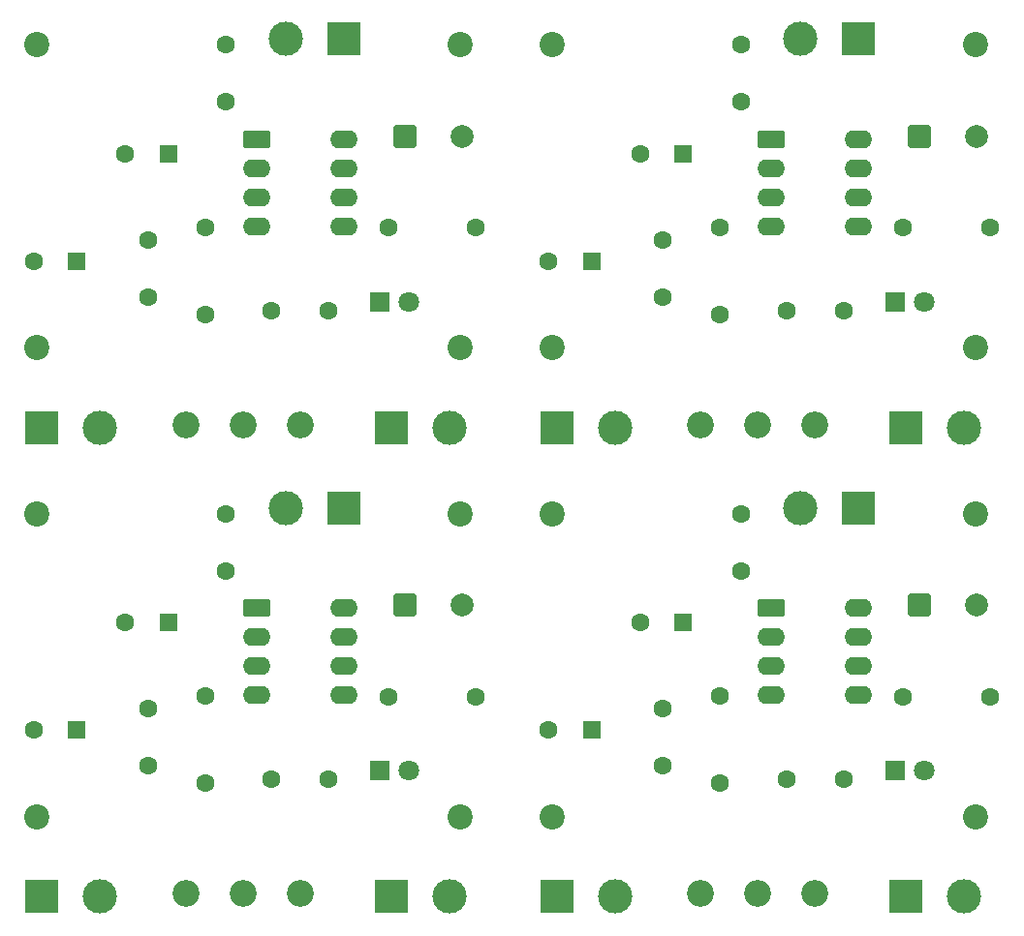
<source format=gbr>
%TF.GenerationSoftware,KiCad,Pcbnew,9.0.4*%
%TF.CreationDate,2025-09-13T13:10:49+02:00*%
%TF.ProjectId,TDA7267_2x2_panel,54444137-3236-4375-9f32-78325f70616e,rev?*%
%TF.SameCoordinates,Original*%
%TF.FileFunction,Soldermask,Top*%
%TF.FilePolarity,Negative*%
%FSLAX46Y46*%
G04 Gerber Fmt 4.6, Leading zero omitted, Abs format (unit mm)*
G04 Created by KiCad (PCBNEW 9.0.4) date 2025-09-13 13:10:49*
%MOMM*%
%LPD*%
G01*
G04 APERTURE LIST*
G04 Aperture macros list*
%AMRoundRect*
0 Rectangle with rounded corners*
0 $1 Rounding radius*
0 $2 $3 $4 $5 $6 $7 $8 $9 X,Y pos of 4 corners*
0 Add a 4 corners polygon primitive as box body*
4,1,4,$2,$3,$4,$5,$6,$7,$8,$9,$2,$3,0*
0 Add four circle primitives for the rounded corners*
1,1,$1+$1,$2,$3*
1,1,$1+$1,$4,$5*
1,1,$1+$1,$6,$7*
1,1,$1+$1,$8,$9*
0 Add four rect primitives between the rounded corners*
20,1,$1+$1,$2,$3,$4,$5,0*
20,1,$1+$1,$4,$5,$6,$7,0*
20,1,$1+$1,$6,$7,$8,$9,0*
20,1,$1+$1,$8,$9,$2,$3,0*%
G04 Aperture macros list end*
%ADD10C,2.200000*%
%ADD11C,2.000000*%
%ADD12RoundRect,0.250000X-0.750000X-0.750000X0.750000X-0.750000X0.750000X0.750000X-0.750000X0.750000X0*%
%ADD13C,1.600000*%
%ADD14RoundRect,0.250000X0.550000X0.550000X-0.550000X0.550000X-0.550000X-0.550000X0.550000X-0.550000X0*%
%ADD15C,3.000000*%
%ADD16R,3.000000X3.000000*%
%ADD17C,2.340000*%
%ADD18O,2.400000X1.600000*%
%ADD19RoundRect,0.250000X-0.950000X-0.550000X0.950000X-0.550000X0.950000X0.550000X-0.950000X0.550000X0*%
%ADD20C,1.800000*%
%ADD21R,1.800000X1.800000*%
G04 APERTURE END LIST*
D10*
%TO.C,H3*%
X103261000Y-117129000D03*
%TD*%
D11*
%TO.C,C6*%
X140393323Y-98629000D03*
D12*
X135393323Y-98629000D03*
%TD*%
D13*
%TO.C,C4*%
X102961000Y-109529000D03*
D14*
X106761000Y-109529000D03*
%TD*%
D15*
%TO.C,VCC1*%
X108761000Y-124129000D03*
D16*
X103681000Y-124129000D03*
%TD*%
D10*
%TO.C,H4*%
X140261000Y-117129000D03*
%TD*%
D13*
%TO.C,C5*%
X119761000Y-95629000D03*
X119761000Y-90629000D03*
%TD*%
%TO.C,C2*%
X110961000Y-100129000D03*
D14*
X114761000Y-100129000D03*
%TD*%
D10*
%TO.C,H2*%
X140261000Y-90629000D03*
%TD*%
D17*
%TO.C,RV1*%
X126261000Y-123879000D03*
X121261000Y-123879000D03*
X116261000Y-123879000D03*
%TD*%
D18*
%TO.C,U1*%
X130071000Y-98879000D03*
X130071000Y-101419000D03*
X130071000Y-103959000D03*
X130071000Y-106499000D03*
X122451000Y-106499000D03*
X122451000Y-103959000D03*
X122451000Y-101419000D03*
D19*
X122451000Y-98879000D03*
%TD*%
D13*
%TO.C,R2*%
X141571000Y-106629000D03*
X133951000Y-106629000D03*
%TD*%
%TO.C,C1*%
X123761000Y-113879000D03*
X128761000Y-113879000D03*
%TD*%
D10*
%TO.C,H1*%
X103261000Y-90629000D03*
%TD*%
D20*
%TO.C,D1*%
X135761000Y-113129000D03*
D21*
X133221000Y-113129000D03*
%TD*%
D13*
%TO.C,R1*%
X117961000Y-106569000D03*
X117961000Y-114189000D03*
%TD*%
D15*
%TO.C,OUT1*%
X124981000Y-90129000D03*
D16*
X130061000Y-90129000D03*
%TD*%
D13*
%TO.C,C3*%
X112961000Y-107689000D03*
X112961000Y-112689000D03*
%TD*%
D15*
%TO.C,IN1*%
X139301000Y-124129000D03*
D16*
X134221000Y-124129000D03*
%TD*%
D10*
%TO.C,H3*%
X148261000Y-76129000D03*
%TD*%
D11*
%TO.C,C6*%
X185393323Y-57629000D03*
D12*
X180393323Y-57629000D03*
%TD*%
D13*
%TO.C,C4*%
X147961000Y-68529000D03*
D14*
X151761000Y-68529000D03*
%TD*%
D15*
%TO.C,VCC1*%
X153761000Y-83129000D03*
D16*
X148681000Y-83129000D03*
%TD*%
D10*
%TO.C,H4*%
X185261000Y-76129000D03*
%TD*%
D13*
%TO.C,C5*%
X164761000Y-54629000D03*
X164761000Y-49629000D03*
%TD*%
%TO.C,C2*%
X155961000Y-59129000D03*
D14*
X159761000Y-59129000D03*
%TD*%
D10*
%TO.C,H2*%
X185261000Y-49629000D03*
%TD*%
D17*
%TO.C,RV1*%
X171261000Y-82879000D03*
X166261000Y-82879000D03*
X161261000Y-82879000D03*
%TD*%
D18*
%TO.C,U1*%
X175071000Y-57879000D03*
X175071000Y-60419000D03*
X175071000Y-62959000D03*
X175071000Y-65499000D03*
X167451000Y-65499000D03*
X167451000Y-62959000D03*
X167451000Y-60419000D03*
D19*
X167451000Y-57879000D03*
%TD*%
D13*
%TO.C,R2*%
X186571000Y-65629000D03*
X178951000Y-65629000D03*
%TD*%
%TO.C,C1*%
X168761000Y-72879000D03*
X173761000Y-72879000D03*
%TD*%
D10*
%TO.C,H1*%
X148261000Y-49629000D03*
%TD*%
D20*
%TO.C,D1*%
X180761000Y-72129000D03*
D21*
X178221000Y-72129000D03*
%TD*%
D13*
%TO.C,R1*%
X162961000Y-65569000D03*
X162961000Y-73189000D03*
%TD*%
D15*
%TO.C,OUT1*%
X169981000Y-49129000D03*
D16*
X175061000Y-49129000D03*
%TD*%
D13*
%TO.C,C3*%
X157961000Y-66689000D03*
X157961000Y-71689000D03*
%TD*%
D15*
%TO.C,IN1*%
X184301000Y-83129000D03*
D16*
X179221000Y-83129000D03*
%TD*%
D10*
%TO.C,H3*%
X103261000Y-76129000D03*
%TD*%
D11*
%TO.C,C6*%
X140393323Y-57629000D03*
D12*
X135393323Y-57629000D03*
%TD*%
D13*
%TO.C,C4*%
X102961000Y-68529000D03*
D14*
X106761000Y-68529000D03*
%TD*%
D15*
%TO.C,VCC1*%
X108761000Y-83129000D03*
D16*
X103681000Y-83129000D03*
%TD*%
D10*
%TO.C,H4*%
X140261000Y-76129000D03*
%TD*%
D13*
%TO.C,C5*%
X119761000Y-54629000D03*
X119761000Y-49629000D03*
%TD*%
%TO.C,C2*%
X110961000Y-59129000D03*
D14*
X114761000Y-59129000D03*
%TD*%
D10*
%TO.C,H2*%
X140261000Y-49629000D03*
%TD*%
D17*
%TO.C,RV1*%
X126261000Y-82879000D03*
X121261000Y-82879000D03*
X116261000Y-82879000D03*
%TD*%
D18*
%TO.C,U1*%
X130071000Y-57879000D03*
X130071000Y-60419000D03*
X130071000Y-62959000D03*
X130071000Y-65499000D03*
X122451000Y-65499000D03*
X122451000Y-62959000D03*
X122451000Y-60419000D03*
D19*
X122451000Y-57879000D03*
%TD*%
D13*
%TO.C,R2*%
X141571000Y-65629000D03*
X133951000Y-65629000D03*
%TD*%
%TO.C,C1*%
X123761000Y-72879000D03*
X128761000Y-72879000D03*
%TD*%
D10*
%TO.C,H1*%
X103261000Y-49629000D03*
%TD*%
D20*
%TO.C,D1*%
X135761000Y-72129000D03*
D21*
X133221000Y-72129000D03*
%TD*%
D13*
%TO.C,R1*%
X117961000Y-65569000D03*
X117961000Y-73189000D03*
%TD*%
D15*
%TO.C,OUT1*%
X124981000Y-49129000D03*
D16*
X130061000Y-49129000D03*
%TD*%
D13*
%TO.C,C3*%
X112961000Y-66689000D03*
X112961000Y-71689000D03*
%TD*%
D15*
%TO.C,IN1*%
X139301000Y-83129000D03*
D16*
X134221000Y-83129000D03*
%TD*%
D13*
%TO.C,C3*%
X157961000Y-107689000D03*
X157961000Y-112689000D03*
%TD*%
D15*
%TO.C,IN1*%
X184301000Y-124129000D03*
D16*
X179221000Y-124129000D03*
%TD*%
D13*
%TO.C,R1*%
X162961000Y-106569000D03*
X162961000Y-114189000D03*
%TD*%
D20*
%TO.C,D1*%
X180761000Y-113129000D03*
D21*
X178221000Y-113129000D03*
%TD*%
D10*
%TO.C,H1*%
X148261000Y-90629000D03*
%TD*%
D15*
%TO.C,OUT1*%
X169981000Y-90129000D03*
D16*
X175061000Y-90129000D03*
%TD*%
D13*
%TO.C,C5*%
X164761000Y-95629000D03*
X164761000Y-90629000D03*
%TD*%
D10*
%TO.C,H4*%
X185261000Y-117129000D03*
%TD*%
D13*
%TO.C,C1*%
X168761000Y-113879000D03*
X173761000Y-113879000D03*
%TD*%
D18*
%TO.C,U1*%
X175071000Y-98879000D03*
X175071000Y-101419000D03*
X175071000Y-103959000D03*
X175071000Y-106499000D03*
X167451000Y-106499000D03*
X167451000Y-103959000D03*
X167451000Y-101419000D03*
D19*
X167451000Y-98879000D03*
%TD*%
D13*
%TO.C,R2*%
X186571000Y-106629000D03*
X178951000Y-106629000D03*
%TD*%
D15*
%TO.C,VCC1*%
X153761000Y-124129000D03*
D16*
X148681000Y-124129000D03*
%TD*%
D10*
%TO.C,H2*%
X185261000Y-90629000D03*
%TD*%
D13*
%TO.C,C2*%
X155961000Y-100129000D03*
D14*
X159761000Y-100129000D03*
%TD*%
D11*
%TO.C,C6*%
X185393323Y-98629000D03*
D12*
X180393323Y-98629000D03*
%TD*%
D13*
%TO.C,C4*%
X147961000Y-109529000D03*
D14*
X151761000Y-109529000D03*
%TD*%
D17*
%TO.C,RV1*%
X171261000Y-123879000D03*
X166261000Y-123879000D03*
X161261000Y-123879000D03*
%TD*%
D10*
%TO.C,H3*%
X148261000Y-117129000D03*
%TD*%
M02*

</source>
